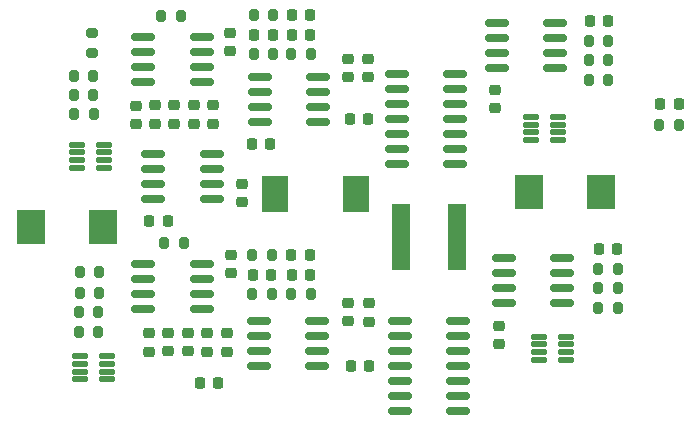
<source format=gtp>
%TF.GenerationSoftware,KiCad,Pcbnew,(6.99.0)*%
%TF.CreationDate,2022-12-27T22:07:24-08:00*%
%TF.ProjectId,eog-pcb-kicad,656f672d-7063-4622-9d6b-696361642e6b,rev?*%
%TF.SameCoordinates,Original*%
%TF.FileFunction,Paste,Top*%
%TF.FilePolarity,Positive*%
%FSLAX46Y46*%
G04 Gerber Fmt 4.6, Leading zero omitted, Abs format (unit mm)*
G04 Created by KiCad (PCBNEW (6.99.0)) date 2022-12-27 22:07:24*
%MOMM*%
%LPD*%
G01*
G04 APERTURE LIST*
G04 Aperture macros list*
%AMRoundRect*
0 Rectangle with rounded corners*
0 $1 Rounding radius*
0 $2 $3 $4 $5 $6 $7 $8 $9 X,Y pos of 4 corners*
0 Add a 4 corners polygon primitive as box body*
4,1,4,$2,$3,$4,$5,$6,$7,$8,$9,$2,$3,0*
0 Add four circle primitives for the rounded corners*
1,1,$1+$1,$2,$3*
1,1,$1+$1,$4,$5*
1,1,$1+$1,$6,$7*
1,1,$1+$1,$8,$9*
0 Add four rect primitives between the rounded corners*
20,1,$1+$1,$2,$3,$4,$5,0*
20,1,$1+$1,$4,$5,$6,$7,0*
20,1,$1+$1,$6,$7,$8,$9,0*
20,1,$1+$1,$8,$9,$2,$3,0*%
G04 Aperture macros list end*
%ADD10RoundRect,0.218750X0.218750X0.256250X-0.218750X0.256250X-0.218750X-0.256250X0.218750X-0.256250X0*%
%ADD11RoundRect,0.225000X-0.250000X0.225000X-0.250000X-0.225000X0.250000X-0.225000X0.250000X0.225000X0*%
%ADD12RoundRect,0.150000X-0.825000X-0.150000X0.825000X-0.150000X0.825000X0.150000X-0.825000X0.150000X0*%
%ADD13RoundRect,0.200000X0.200000X0.275000X-0.200000X0.275000X-0.200000X-0.275000X0.200000X-0.275000X0*%
%ADD14RoundRect,0.225000X0.250000X-0.225000X0.250000X0.225000X-0.250000X0.225000X-0.250000X-0.225000X0*%
%ADD15RoundRect,0.200000X-0.200000X-0.275000X0.200000X-0.275000X0.200000X0.275000X-0.200000X0.275000X0*%
%ADD16RoundRect,0.225000X-0.225000X-0.250000X0.225000X-0.250000X0.225000X0.250000X-0.225000X0.250000X0*%
%ADD17RoundRect,0.225000X0.225000X0.250000X-0.225000X0.250000X-0.225000X-0.250000X0.225000X-0.250000X0*%
%ADD18R,1.600000X5.700000*%
%ADD19R,2.250000X3.120000*%
%ADD20RoundRect,0.200000X-0.275000X0.200000X-0.275000X-0.200000X0.275000X-0.200000X0.275000X0.200000X0*%
%ADD21R,2.400000X2.900000*%
%ADD22RoundRect,0.125000X-0.537500X-0.125000X0.537500X-0.125000X0.537500X0.125000X-0.537500X0.125000X0*%
G04 APERTURE END LIST*
D10*
X56362500Y-9652000D03*
X57937500Y-9652000D03*
D11*
X20066000Y-22466000D03*
X20066000Y-24016000D03*
X18542000Y-11333500D03*
X18542000Y-9783500D03*
D12*
X43150500Y-22733000D03*
X43150500Y-24003000D03*
X43150500Y-25273000D03*
X43150500Y-26543000D03*
X48100500Y-26543000D03*
X48100500Y-25273000D03*
X48100500Y-24003000D03*
X48100500Y-22733000D03*
D13*
X26796000Y-5461000D03*
X25146000Y-5461000D03*
D11*
X19685000Y-29083000D03*
X19685000Y-30633000D03*
D13*
X52800500Y-26924000D03*
X51150500Y-26924000D03*
D11*
X18034000Y-30633000D03*
X18034000Y-29083000D03*
D14*
X12001500Y-11346500D03*
X12001500Y-9796500D03*
D15*
X7232000Y-23876000D03*
X8882000Y-23876000D03*
D13*
X21971000Y-2159000D03*
X23621000Y-2159000D03*
D16*
X25148000Y-22423000D03*
X26698000Y-22423000D03*
D15*
X6724000Y-7295000D03*
X8374000Y-7295000D03*
D17*
X25196000Y-3810000D03*
X26746000Y-3810000D03*
D15*
X50356000Y-7620000D03*
X52006000Y-7620000D03*
X6795000Y-10541000D03*
X8445000Y-10541000D03*
D12*
X22468500Y-7366000D03*
X22468500Y-8636000D03*
X22468500Y-9906000D03*
X22468500Y-11176000D03*
X27418500Y-11176000D03*
X27418500Y-9906000D03*
X27418500Y-8636000D03*
X27418500Y-7366000D03*
D15*
X7176000Y-27305000D03*
X8826000Y-27305000D03*
D14*
X13081000Y-29083000D03*
X13081000Y-30633000D03*
D12*
X34355000Y-28067000D03*
X34355000Y-29337000D03*
X34355000Y-30607000D03*
X34355000Y-31877000D03*
X34355000Y-33147000D03*
X34355000Y-34417000D03*
X34355000Y-35687000D03*
X39305000Y-35687000D03*
X39305000Y-34417000D03*
X39305000Y-33147000D03*
X39305000Y-31877000D03*
X39305000Y-30607000D03*
X39305000Y-29337000D03*
X39305000Y-28067000D03*
X13474500Y-13899000D03*
X13474500Y-15169000D03*
X13474500Y-16439000D03*
X13474500Y-17709000D03*
X18424500Y-17709000D03*
X18424500Y-16439000D03*
X18424500Y-15169000D03*
X18424500Y-13899000D03*
D18*
X34480000Y-20955000D03*
X39180000Y-20955000D03*
D16*
X18936000Y-33274000D03*
X17386000Y-33274000D03*
D13*
X52800500Y-23622000D03*
X51150500Y-23622000D03*
D17*
X30213000Y-31877000D03*
X31763000Y-31877000D03*
D15*
X6724000Y-8946000D03*
X8374000Y-8946000D03*
D16*
X14674000Y-19614000D03*
X13124000Y-19614000D03*
D11*
X29972000Y-5816000D03*
X29972000Y-7366000D03*
X29972000Y-26530000D03*
X29972000Y-28080000D03*
D13*
X21852000Y-25781000D03*
X23502000Y-25781000D03*
X26791000Y-25781000D03*
X25141000Y-25781000D03*
D12*
X12638000Y-23241000D03*
X12638000Y-24511000D03*
X12638000Y-25781000D03*
X12638000Y-27051000D03*
X17588000Y-27051000D03*
X17588000Y-25781000D03*
X17588000Y-24511000D03*
X17588000Y-23241000D03*
D13*
X57975000Y-11430000D03*
X56325000Y-11430000D03*
D16*
X23439000Y-24130000D03*
X21889000Y-24130000D03*
D19*
X23760500Y-17328000D03*
X30670500Y-17328000D03*
D14*
X42704500Y-29985000D03*
X42704500Y-28435000D03*
D12*
X12638000Y-3954500D03*
X12638000Y-5224500D03*
X12638000Y-6494500D03*
X12638000Y-7764500D03*
X17588000Y-7764500D03*
X17588000Y-6494500D03*
X17588000Y-5224500D03*
X17588000Y-3954500D03*
D11*
X31623000Y-5829000D03*
X31623000Y-7379000D03*
D17*
X26741000Y-24130000D03*
X25191000Y-24130000D03*
X51956000Y-2667000D03*
X50406000Y-2667000D03*
D15*
X14161000Y-2176500D03*
X15811000Y-2176500D03*
D13*
X23621000Y-5461000D03*
X21971000Y-5461000D03*
D15*
X16065000Y-21463000D03*
X14415000Y-21463000D03*
D14*
X42418000Y-10046000D03*
X42418000Y-8496000D03*
D17*
X21831000Y-13081000D03*
X23381000Y-13081000D03*
D11*
X14732000Y-30607000D03*
X14732000Y-29057000D03*
D13*
X52006000Y-5969000D03*
X50356000Y-5969000D03*
D11*
X31750000Y-26543000D03*
X31750000Y-28093000D03*
X15240000Y-11333500D03*
X15240000Y-9783500D03*
X16891000Y-11333500D03*
X16891000Y-9783500D03*
X19939000Y-3670000D03*
X19939000Y-5220000D03*
D16*
X25196000Y-2159000D03*
X26746000Y-2159000D03*
D12*
X34101000Y-7112000D03*
X34101000Y-8382000D03*
X34101000Y-9652000D03*
X34101000Y-10922000D03*
X34101000Y-12192000D03*
X34101000Y-13462000D03*
X34101000Y-14732000D03*
X39051000Y-14732000D03*
X39051000Y-13462000D03*
X39051000Y-12192000D03*
X39051000Y-10922000D03*
X39051000Y-9652000D03*
X39051000Y-8382000D03*
X39051000Y-7112000D03*
D20*
X8311000Y-3676000D03*
X8311000Y-5326000D03*
D21*
X51351500Y-17145000D03*
X45251500Y-17145000D03*
D22*
X45466000Y-10780000D03*
X45466000Y-11430000D03*
X45466000Y-12080000D03*
X45466000Y-12730000D03*
X47741000Y-12730000D03*
X47741000Y-12080000D03*
X47741000Y-11430000D03*
X47741000Y-10780000D03*
D15*
X7232000Y-25654000D03*
X8882000Y-25654000D03*
D22*
X46139000Y-29378000D03*
X46139000Y-30028000D03*
X46139000Y-30678000D03*
X46139000Y-31328000D03*
X48414000Y-31328000D03*
X48414000Y-30678000D03*
X48414000Y-30028000D03*
X48414000Y-29378000D03*
D11*
X16383000Y-30620000D03*
X16383000Y-29070000D03*
D12*
X42546500Y-2786500D03*
X42546500Y-4056500D03*
X42546500Y-5326500D03*
X42546500Y-6596500D03*
X47496500Y-6596500D03*
X47496500Y-5326500D03*
X47496500Y-4056500D03*
X47496500Y-2786500D03*
D21*
X3102000Y-20066000D03*
X9202000Y-20066000D03*
D22*
X7244500Y-31029000D03*
X7244500Y-31679000D03*
X7244500Y-32329000D03*
X7244500Y-32979000D03*
X9519500Y-32979000D03*
X9519500Y-32329000D03*
X9519500Y-31679000D03*
X9519500Y-31029000D03*
D17*
X52750500Y-21971000D03*
X51200500Y-21971000D03*
D13*
X23502000Y-22479000D03*
X21852000Y-22479000D03*
D12*
X22417000Y-28067000D03*
X22417000Y-29337000D03*
X22417000Y-30607000D03*
X22417000Y-31877000D03*
X27367000Y-31877000D03*
X27367000Y-30607000D03*
X27367000Y-29337000D03*
X27367000Y-28067000D03*
D11*
X21011000Y-16426000D03*
X21011000Y-17976000D03*
D15*
X7176000Y-28956000D03*
X8826000Y-28956000D03*
D13*
X52006000Y-4318000D03*
X50356000Y-4318000D03*
D17*
X31636000Y-10922000D03*
X30086000Y-10922000D03*
D16*
X22021000Y-3810000D03*
X23571000Y-3810000D03*
D22*
X7041000Y-13107000D03*
X7041000Y-13757000D03*
X7041000Y-14407000D03*
X7041000Y-15057000D03*
X9316000Y-15057000D03*
X9316000Y-14407000D03*
X9316000Y-13757000D03*
X9316000Y-13107000D03*
D11*
X13589000Y-9783500D03*
X13589000Y-11333500D03*
D13*
X52800500Y-25273000D03*
X51150500Y-25273000D03*
M02*

</source>
